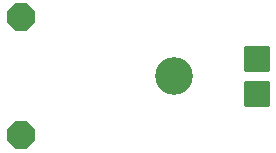
<source format=gbr>
%TF.GenerationSoftware,KiCad,Pcbnew,7.0.5*%
%TF.CreationDate,2024-02-24T17:46:26+01:00*%
%TF.ProjectId,ULHolder,554c486f-6c64-4657-922e-6b696361645f,rev?*%
%TF.SameCoordinates,Original*%
%TF.FileFunction,Soldermask,Top*%
%TF.FilePolarity,Negative*%
%FSLAX46Y46*%
G04 Gerber Fmt 4.6, Leading zero omitted, Abs format (unit mm)*
G04 Created by KiCad (PCBNEW 7.0.5) date 2024-02-24 17:46:26*
%MOMM*%
%LPD*%
G01*
G04 APERTURE LIST*
G04 Aperture macros list*
%AMRoundRect*
0 Rectangle with rounded corners*
0 $1 Rounding radius*
0 $2 $3 $4 $5 $6 $7 $8 $9 X,Y pos of 4 corners*
0 Add a 4 corners polygon primitive as box body*
4,1,4,$2,$3,$4,$5,$6,$7,$8,$9,$2,$3,0*
0 Add four circle primitives for the rounded corners*
1,1,$1+$1,$2,$3*
1,1,$1+$1,$4,$5*
1,1,$1+$1,$6,$7*
1,1,$1+$1,$8,$9*
0 Add four rect primitives between the rounded corners*
20,1,$1+$1,$2,$3,$4,$5,0*
20,1,$1+$1,$4,$5,$6,$7,0*
20,1,$1+$1,$6,$7,$8,$9,0*
20,1,$1+$1,$8,$9,$2,$3,0*%
%AMFreePoly0*
4,1,25,0.506863,1.161696,0.518986,1.151342,1.151342,0.518986,1.179849,0.463038,1.181100,0.447144,1.181100,-0.447144,1.161696,-0.506863,1.151342,-0.518986,0.518986,-1.151342,0.463038,-1.179849,0.447144,-1.181100,-0.447144,-1.181100,-0.506863,-1.161696,-0.518986,-1.151342,-1.151342,-0.518986,-1.179849,-0.463038,-1.181100,-0.447144,-1.181100,0.447144,-1.161696,0.506863,-1.151342,0.518986,
-0.518986,1.151342,-0.463038,1.179849,-0.447144,1.181100,0.447144,1.181100,0.506863,1.161696,0.506863,1.161696,$1*%
G04 Aperture macros list end*
%ADD10RoundRect,0.101600X-1.000000X-1.000000X1.000000X-1.000000X1.000000X1.000000X-1.000000X1.000000X0*%
%ADD11C,3.200000*%
%ADD12FreePoly0,0.000000*%
G04 APERTURE END LIST*
D10*
%TO.C,TP1*%
X161022604Y-106503600D03*
%TD*%
%TO.C,TP2*%
X161022604Y-103503600D03*
%TD*%
D11*
%TO.C,H1*%
X154022604Y-105003600D03*
%TD*%
D12*
%TO.C,LSP2*%
X141022604Y-110003600D03*
%TD*%
%TO.C,LSP1*%
X141022604Y-100003600D03*
%TD*%
M02*

</source>
